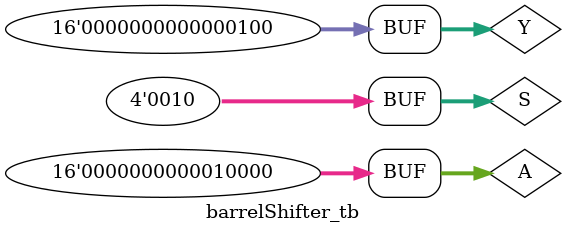
<source format=v>
`timescale 1ns / 1ps

module barrelShifter_tb;
    // Inputs
    reg [15:0] A;
    reg [3:0] S;
    // Outputs
    wire [15:0] Y;
    // Instantiate the Unit Under Test (UUT)
    barrel_shifter_16 uut (
        .A(A), .Y(Y), .S(S)
        );
    initial begin
        // Initialize Inputs
        A = 16'd0;
        S = 4'd0;
        // Wait 100 ns for global reset to finish
        #100;
        // Add stimulus here
        A = 16'd16;
        S = 4'd2;
        #20;
        Y = 8'd4;
        S = 4'd2;
    end
endmodule

</source>
